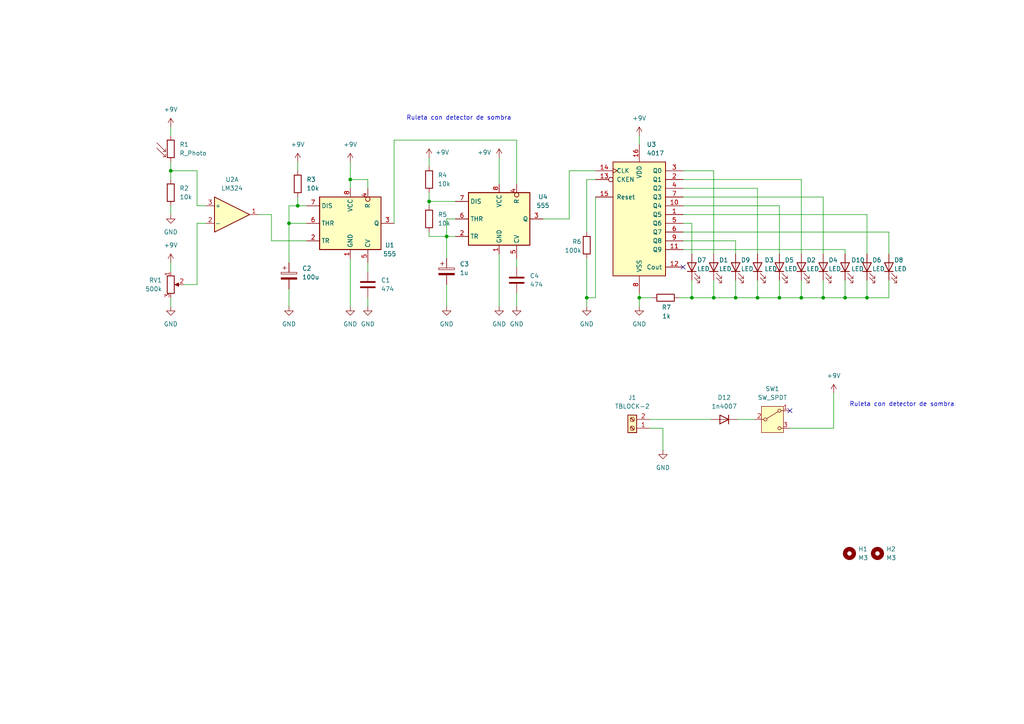
<source format=kicad_sch>
(kicad_sch (version 20250114) (generator "eeschema") (generator_version "9.0")
  (paper "A4")
  (title_block (title "Proyecto-02 - Grupo 05"))
  (lib_symbols
    (symbol "4xxx:4017" (pin_names (offset 1.016))
      (property "Reference" "U" (at -7.62 16.51 0))
      (property "Value" "4017" (at -7.62 -19.05 0))
      (symbol "4017_1_0"
        (pin input clock (at -12.7 12.7 0) (length 5.08) (name "CLK") (number "14"))
        (pin input inverted (at -12.7 10.16 0) (length 5.08) (name "CKEN") (number "13"))
        (pin input line (at -12.7 5.08 0) (length 5.08) (name "Reset") (number "15"))
        (pin power_in line (at 0 20.32 270) (length 5.08) (name "VDD") (number "16"))
        (pin power_in line (at 0 -22.86 90) (length 5.08) (name "VSS") (number "8"))
        (pin output line (at 12.7 12.7 180) (length 5.08) (name "Q0") (number "3"))
        (pin output line (at 12.7 10.16 180) (length 5.08) (name "Q1") (number "2"))
        (pin output line (at 12.7 7.62 180) (length 5.08) (name "Q2") (number "4"))
        (pin output line (at 12.7 5.08 180) (length 5.08) (name "Q3") (number "7"))
        (pin output line (at 12.7 2.54 180) (length 5.08) (name "Q4") (number "10"))
        (pin output line (at 12.7 0 180) (length 5.08) (name "Q5") (number "1"))
        (pin output line (at 12.7 -2.54 180) (length 5.08) (name "Q6") (number "5"))
        (pin output line (at 12.7 -5.08 180) (length 5.08) (name "Q7") (number "6"))
        (pin output line (at 12.7 -7.62 180) (length 5.08) (name "Q8") (number "9"))
        (pin output line (at 12.7 -10.16 180) (length 5.08) (name "Q9") (number "11"))
        (pin output line (at 12.7 -15.24 180) (length 5.08) (name "Cout") (number "12"))
      )
      (symbol "4017_1_1"
        (rectangle (start -7.62 15.24) (end 7.62 -17.78) (stroke (width 0.254)) (fill (type background)))
      )
    )
    (symbol "555_ordenado:555_wellOriented"
      (property "Reference" "U" (at 0 1.27 0))
      (property "Value" "555" (at 0 -0.762 0))
      (symbol "555_wellOriented_0_0"
        (pin power_in line (at 0 10.16 270) (length 2.54) (name "VCC") (number "8"))
        (pin power_in line (at 0 -10.16 90) (length 2.54) (name "GND") (number "1"))
      )
      (symbol "555_wellOriented_0_1"
        (rectangle (start -8.89 -7.62) (end 8.89 7.62) (stroke (width 0.254)) (fill (type background)))
        (rectangle (start -8.89 -7.62) (end 8.89 7.62) (stroke (width 0.254)) (fill (type background)))
      )
      (symbol "555_wellOriented_1_1"
        (pin input line (at -12.7 5.08 0) (length 3.81) (name "DIS") (number "7"))
        (pin input line (at -12.7 0 0) (length 3.81) (name "THR") (number "6"))
        (pin input line (at -12.7 -5.08 0) (length 3.81) (name "TR") (number "2"))
        (pin input inverted (at 5.08 10.16 270) (length 3.81) (name "R") (number "4"))
        (pin input line (at 5.08 -11.43 90) (length 3.81) (name "CV") (number "5"))
        (pin output line (at 12.7 0 180) (length 3.81) (name "Q") (number "3"))
      )
    )
    (symbol "Amplifier_Operational:LM324" (pin_names (offset 0.127))
      (property "Reference" "U" (at 0 5.08 0))
      (property "Value" "LM324" (at 0 -5.08 0))
      (symbol "LM324_1_1"
        (polyline (pts (xy -5.08 5.08) (xy 5.08 0) (xy -5.08 -5.08) (xy -5.08 5.08)) (stroke (width 0.254)) (fill (type background)))
        (pin input line (at -7.62 2.54 0) (length 2.54) (name "+") (number "3"))
        (pin input line (at -7.62 -2.54 0) (length 2.54) (name "-") (number "2"))
        (pin output line (at 7.62 0 180) (length 2.54) (name "~") (number "1"))
      )
      (symbol "LM324_2_1"
        (polyline (pts (xy -5.08 5.08) (xy 5.08 0) (xy -5.08 -5.08) (xy -5.08 5.08)) (stroke (width 0.254)) (fill (type background)))
        (pin input line (at -7.62 2.54 0) (length 2.54) (name "+") (number "5"))
        (pin input line (at -7.62 -2.54 0) (length 2.54) (name "-") (number "6"))
        (pin output line (at 7.62 0 180) (length 2.54) (name "~") (number "7"))
      )
      (symbol "LM324_3_1"
        (polyline (pts (xy -5.08 5.08) (xy 5.08 0) (xy -5.08 -5.08) (xy -5.08 5.08)) (stroke (width 0.254)) (fill (type background)))
        (pin input line (at -7.62 2.54 0) (length 2.54) (name "+") (number "10"))
        (pin input line (at -7.62 -2.54 0) (length 2.54) (name "-") (number "9"))
        (pin output line (at 7.62 0 180) (length 2.54) (name "~") (number "8"))
      )
      (symbol "LM324_4_1"
        (polyline (pts (xy -5.08 5.08) (xy 5.08 0) (xy -5.08 -5.08) (xy -5.08 5.08)) (stroke (width 0.254)) (fill (type background)))
        (pin input line (at -7.62 2.54 0) (length 2.54) (name "+") (number "12"))
        (pin input line (at -7.62 -2.54 0) (length 2.54) (name "-") (number "13"))
        (pin output line (at 7.62 0 180) (length 2.54) (name "~") (number "14"))
      )
      (symbol "LM324_5_1"
        (pin power_in line (at -2.54 7.62 270) (length 3.81) (name "V+") (number "4"))
        (pin power_in line (at -2.54 -7.62 90) (length 3.81) (name "V-") (number "11"))
      )
    )
    (symbol "Connector:Screw_Terminal_01x02" (pin_names (offset 1.016) (hide yes))
      (property "Reference" "J" (at 0 2.54 0))
      (property "Value" "Screw_Terminal_01x02" (at 0 -5.08 0))
      (symbol "Screw_Terminal_01x02_1_1"
        (rectangle (start -1.27 1.27) (end 1.27 -3.81) (stroke (width 0.254)) (fill (type background)))
        (polyline (pts (xy -0.5334 0.3302) (xy 0.3302 -0.508)) (stroke (width 0.1524)))
        (polyline (pts (xy -0.5334 -2.2098) (xy 0.3302 -3.048)) (stroke (width 0.1524)))
        (polyline (pts (xy -0.3556 0.508) (xy 0.508 -0.3302)) (stroke (width 0.1524)))
        (polyline (pts (xy -0.3556 -2.032) (xy 0.508 -2.8702)) (stroke (width 0.1524)))
        (circle (center 0 0) (radius 0.635) (stroke (width 0.1524)))
        (circle (center 0 -2.54) (radius 0.635) (stroke (width 0.1524)))
        (pin passive line (at -5.08 0 0) (length 3.81) (name "Pin_1") (number "1"))
        (pin passive line (at -5.08 -2.54 0) (length 3.81) (name "Pin_2") (number "2"))
      )
    )
    (symbol "Device:C" (pin_numbers (hide yes)) (pin_names (offset 0.254))
      (property "Reference" "C" (at 0.635 2.54 0))
      (property "Value" "C" (at 0.635 -2.54 0))
      (symbol "C_0_1"
        (polyline (pts (xy -2.032 0.762) (xy 2.032 0.762)) (stroke (width 0.508)))
        (polyline (pts (xy -2.032 -0.762) (xy 2.032 -0.762)) (stroke (width 0.508)))
      )
      (symbol "C_1_1"
        (pin passive line (at 0 3.81 270) (length 2.794) (name "~") (number "1"))
        (pin passive line (at 0 -3.81 90) (length 2.794) (name "~") (number "2"))
      )
    )
    (symbol "Device:C_Polarized" (pin_numbers (hide yes)) (pin_names (offset 0.254))
      (property "Reference" "C" (at 0.635 2.54 0))
      (property "Value" "C_Polarized" (at 0.635 -2.54 0))
      (symbol "C_Polarized_0_1"
        (rectangle (start -2.286 0.508) (end 2.286 1.016))
        (polyline (pts (xy -1.778 2.286) (xy -0.762 2.286)))
        (polyline (pts (xy -1.27 2.794) (xy -1.27 1.778)))
        (rectangle (start 2.286 -0.508) (end -2.286 -1.016) (fill (type outline)))
      )
      (symbol "C_Polarized_1_1"
        (pin passive line (at 0 3.81 270) (length 2.794) (name "~") (number "1"))
        (pin passive line (at 0 -3.81 90) (length 2.794) (name "~") (number "2"))
      )
    )
    (symbol "Device:D" (pin_numbers (hide yes)) (pin_names (offset 1.016) (hide yes))
      (property "Reference" "D" (at 0 2.54 0))
      (property "Value" "D" (at 0 -2.54 0))
      (symbol "D_0_1"
        (polyline (pts (xy -1.27 1.27) (xy -1.27 -1.27)) (stroke (width 0.254)))
        (polyline (pts (xy 1.27 1.27) (xy 1.27 -1.27) (xy -1.27 0) (xy 1.27 1.27)) (stroke (width 0.254)))
        (polyline (pts (xy 1.27 0) (xy -1.27 0)))
      )
      (symbol "D_1_1"
        (pin passive line (at -3.81 0 0) (length 2.54) (name "K") (number "1"))
        (pin passive line (at 3.81 0 180) (length 2.54) (name "A") (number "2"))
      )
    )
    (symbol "Device:LED" (pin_numbers (hide yes)) (pin_names (offset 1.016) (hide yes))
      (property "Reference" "D" (at 0 2.54 0))
      (property "Value" "LED" (at 0 -2.54 0))
      (symbol "LED_0_1"
        (polyline (pts (xy -3.048 -0.762) (xy -4.572 -2.286) (xy -3.81 -2.286) (xy -4.572 -2.286) (xy -4.572 -1.524)))
        (polyline (pts (xy -1.778 -0.762) (xy -3.302 -2.286) (xy -2.54 -2.286) (xy -3.302 -2.286) (xy -3.302 -1.524)))
        (polyline (pts (xy -1.27 0) (xy 1.27 0)))
        (polyline (pts (xy -1.27 -1.27) (xy -1.27 1.27)) (stroke (width 0.254)))
        (polyline (pts (xy 1.27 -1.27) (xy 1.27 1.27) (xy -1.27 0) (xy 1.27 -1.27)) (stroke (width 0.254)))
      )
      (symbol "LED_1_1"
        (pin passive line (at -3.81 0 0) (length 2.54) (name "K") (number "1"))
        (pin passive line (at 3.81 0 180) (length 2.54) (name "A") (number "2"))
      )
    )
    (symbol "Device:R" (pin_numbers (hide yes)) (pin_names (offset 0))
      (property "Reference" "R" (at 2.032 0 90))
      (property "Value" "R" (at 0 0 90))
      (symbol "R_0_1"
        (rectangle (start -1.016 -2.54) (end 1.016 2.54) (stroke (width 0.254)))
      )
      (symbol "R_1_1"
        (pin passive line (at 0 3.81 270) (length 1.27) (name "~") (number "1"))
        (pin passive line (at 0 -3.81 90) (length 1.27) (name "~") (number "2"))
      )
    )
    (symbol "Device:R_Photo" (pin_numbers (hide yes)) (pin_names (offset 0))
      (property "Reference" "R" (at 1.27 1.27 0))
      (property "Value" "R_Photo" (at 1.27 0 0))
      (symbol "R_Photo_0_1"
        (polyline (pts (xy -1.524 -0.762) (xy -4.064 1.778)))
        (polyline (pts (xy -1.524 -0.762) (xy -2.286 -0.762)))
        (polyline (pts (xy -1.524 -0.762) (xy -1.524 0)))
        (polyline (pts (xy -1.524 -2.286) (xy -4.064 0.254)))
        (polyline (pts (xy -1.524 -2.286) (xy -2.286 -2.286)))
        (polyline (pts (xy -1.524 -2.286) (xy -1.524 -1.524)))
        (rectangle (start -1.016 2.54) (end 1.016 -2.54) (stroke (width 0.254)))
      )
      (symbol "R_Photo_1_1"
        (pin passive line (at 0 3.81 270) (length 1.27) (name "~") (number "1"))
        (pin passive line (at 0 -3.81 90) (length 1.27) (name "~") (number "2"))
      )
    )
    (symbol "Device:R_Potentiometer" (pin_names (offset 1.016) (hide yes))
      (property "Reference" "RV" (at -4.445 0 90))
      (property "Value" "R_Potentiometer" (at -2.54 0 90))
      (symbol "R_Potentiometer_0_1"
        (rectangle (start 1.016 2.54) (end -1.016 -2.54) (stroke (width 0.254)))
        (polyline (pts (xy 1.143 0) (xy 2.286 0.508) (xy 2.286 -0.508) (xy 1.143 0)) (fill (type outline)))
        (polyline (pts (xy 2.54 0) (xy 1.524 0)))
      )
      (symbol "R_Potentiometer_1_1"
        (pin passive line (at 0 3.81 270) (length 1.27) (name "1") (number "1"))
        (pin passive line (at 0 -3.81 90) (length 1.27) (name "3") (number "3"))
        (pin passive line (at 3.81 0 180) (length 1.27) (name "2") (number "2"))
      )
    )
    (symbol "Mechanical:MountingHole" (pin_names (offset 1.016)) (in_bom no)
      (property "Reference" "H" (at 0 5.08 0))
      (property "Value" "MountingHole" (at 0 3.175 0))
      (symbol "MountingHole_0_1"
        (circle (center 0 0) (radius 1.27) (stroke (width 1.27)))
      )
    )
    (symbol "Switch:SW_SPDT" (pin_names (offset 0) (hide yes))
      (property "Reference" "SW" (at 0 5.08 0))
      (property "Value" "SW_SPDT" (at 0 -5.08 0))
      (symbol "SW_SPDT_0_1"
        (circle (center -2.032 0) (radius 0.4572))
        (polyline (pts (xy -1.651 0.254) (xy 1.651 2.286)))
        (circle (center 2.032 2.54) (radius 0.4572))
        (circle (center 2.032 -2.54) (radius 0.4572))
      )
      (symbol "SW_SPDT_1_1"
        (rectangle (start -3.175 3.81) (end 3.175 -3.81) (fill (type background)))
        (pin passive line (at -5.08 0 0) (length 2.54) (name "B") (number "2"))
        (pin passive line (at 5.08 2.54 180) (length 2.54) (name "A") (number "1"))
        (pin passive line (at 5.08 -2.54 180) (length 2.54) (name "C") (number "3"))
      )
    )
    (symbol "power:+9V" (power) (pin_numbers (hide yes)) (pin_names (offset 0) (hide yes))
      (property "Value" "+9V" (at 0 3.556 0))
      (symbol "+9V_0_1"
        (polyline (pts (xy -0.762 1.27) (xy 0 2.54)))
        (polyline (pts (xy 0 2.54) (xy 0.762 1.27)))
        (polyline (pts (xy 0 0) (xy 0 2.54)))
      )
      (symbol "+9V_1_1"
        (pin power_in line (at 0 0 90) (length 0) (name "~") (number "1"))
      )
    )
    (symbol "power:GND" (power) (pin_numbers (hide yes)) (pin_names (offset 0) (hide yes))
      (property "Value" "GND" (at 0 -3.81 0))
      (symbol "GND_0_1"
        (polyline (pts (xy 0 0) (xy 0 -1.27) (xy 1.27 -1.27) (xy 0 -2.54) (xy -1.27 -1.27) (xy 0 -1.27)))
      )
      (symbol "GND_1_1"
        (pin power_in line (at 0 0 270) (length 0) (name "~") (number "1"))
      )
    )
  )
  (text "Ruleta con detector de sombra" (at 133.096 34.29 0) (effects (font (size 1.27 1.27))))
  (text "Ruleta con detector de sombra" (at 261.62 117.348 0) (effects (font (size 1.27 1.27))))
  (junction (at 170.18 86.36))
  (junction (at 86.36 59.69))
  (junction (at 200.66 86.36))
  (junction (at 49.53 49.53))
  (junction (at 245.11 86.36))
  (junction (at 226.06 86.36))
  (junction (at 83.82 64.77))
  (junction (at 129.54 68.58))
  (junction (at 238.76 86.36))
  (junction (at 219.71 86.36))
  (junction (at 251.46 86.36))
  (junction (at 124.46 58.42))
  (junction (at 213.36 86.36))
  (junction (at 207.01 86.36))
  (junction (at 185.42 86.36))
  (junction (at 101.6 52.07))
  (junction (at 232.41 86.36))
  (no_connect (at 198.12 77.47))
  (no_connect (at 229.108 119.126))
  (wire (pts (xy 198.12 57.15) (xy 238.76 57.15)))
  (wire (pts (xy 49.53 49.53) (xy 49.53 52.07)))
  (wire (pts (xy 213.36 86.36) (xy 219.71 86.36)))
  (wire (pts (xy 251.46 81.28) (xy 251.46 86.36)))
  (wire (pts (xy 185.42 85.09) (xy 185.42 86.36)))
  (wire (pts (xy 106.68 76.2) (xy 106.68 78.74)))
  (wire (pts (xy 200.66 64.77) (xy 200.66 73.66)))
  (wire (pts (xy 83.82 64.77) (xy 83.82 76.2)))
  (wire (pts (xy 49.53 49.53) (xy 57.15 49.53)))
  (wire (pts (xy 78.74 69.85) (xy 78.74 62.23)))
  (wire (pts (xy 101.6 74.93) (xy 101.6 88.9)))
  (wire (pts (xy 213.36 69.85) (xy 213.36 73.66)))
  (wire (pts (xy 83.82 59.69) (xy 83.82 64.77)))
  (wire (pts (xy 144.78 45.72) (xy 144.78 53.34)))
  (wire (pts (xy 114.3 64.77) (xy 114.3 40.64)))
  (wire (pts (xy 185.42 86.36) (xy 189.23 86.36)))
  (wire (pts (xy 192.278 124.206) (xy 192.278 130.556)))
  (wire (pts (xy 86.36 57.15) (xy 86.36 59.69)))
  (wire (pts (xy 198.12 62.23) (xy 251.46 62.23)))
  (wire (pts (xy 49.53 36.83) (xy 49.53 39.37)))
  (wire (pts (xy 170.18 67.31) (xy 170.18 52.07)))
  (wire (pts (xy 124.46 58.42) (xy 132.08 58.42)))
  (wire (pts (xy 144.78 73.66) (xy 144.78 88.9)))
  (wire (pts (xy 219.71 54.61) (xy 219.71 73.66)))
  (wire (pts (xy 257.81 67.31) (xy 257.81 73.66)))
  (wire (pts (xy 170.18 86.36) (xy 170.18 74.93)))
  (wire (pts (xy 251.46 62.23) (xy 251.46 73.66)))
  (wire (pts (xy 245.11 86.36) (xy 251.46 86.36)))
  (wire (pts (xy 49.53 46.99) (xy 49.53 49.53)))
  (wire (pts (xy 185.42 39.37) (xy 185.42 41.91)))
  (wire (pts (xy 257.81 81.28) (xy 257.81 86.36)))
  (wire (pts (xy 83.82 64.77) (xy 88.9 64.77)))
  (wire (pts (xy 198.12 49.53) (xy 207.01 49.53)))
  (wire (pts (xy 124.46 55.88) (xy 124.46 58.42)))
  (wire (pts (xy 86.36 59.69) (xy 83.82 59.69)))
  (wire (pts (xy 88.9 69.85) (xy 78.74 69.85)))
  (wire (pts (xy 106.68 52.07) (xy 101.6 52.07)))
  (wire (pts (xy 188.468 124.206) (xy 192.278 124.206)))
  (wire (pts (xy 232.41 81.28) (xy 232.41 86.36)))
  (wire (pts (xy 198.12 54.61) (xy 219.71 54.61)))
  (wire (pts (xy 124.46 67.31) (xy 124.46 68.58)))
  (wire (pts (xy 124.46 58.42) (xy 124.46 59.69)))
  (wire (pts (xy 185.42 86.36) (xy 185.42 88.9)))
  (wire (pts (xy 238.76 86.36) (xy 245.11 86.36)))
  (wire (pts (xy 219.71 86.36) (xy 226.06 86.36)))
  (wire (pts (xy 49.53 59.69) (xy 49.53 62.23)))
  (wire (pts (xy 49.53 88.9) (xy 49.53 86.36)))
  (wire (pts (xy 129.54 82.55) (xy 129.54 88.9)))
  (wire (pts (xy 207.01 86.36) (xy 200.66 86.36)))
  (wire (pts (xy 172.72 86.36) (xy 170.18 86.36)))
  (wire (pts (xy 226.06 86.36) (xy 232.41 86.36)))
  (wire (pts (xy 188.468 121.666) (xy 206.248 121.666)))
  (wire (pts (xy 245.11 81.28) (xy 245.11 86.36)))
  (wire (pts (xy 198.12 69.85) (xy 213.36 69.85)))
  (wire (pts (xy 198.12 59.69) (xy 226.06 59.69)))
  (wire (pts (xy 241.808 124.206) (xy 241.808 114.046)))
  (wire (pts (xy 49.53 76.2) (xy 49.53 78.74)))
  (wire (pts (xy 232.41 52.07) (xy 232.41 73.66)))
  (wire (pts (xy 149.86 85.09) (xy 149.86 88.9)))
  (wire (pts (xy 149.86 40.64) (xy 149.86 53.34)))
  (wire (pts (xy 106.68 54.61) (xy 106.68 52.07)))
  (wire (pts (xy 196.85 86.36) (xy 200.66 86.36)))
  (wire (pts (xy 157.48 63.5) (xy 165.1 63.5)))
  (wire (pts (xy 198.12 64.77) (xy 200.66 64.77)))
  (wire (pts (xy 238.76 81.28) (xy 238.76 86.36)))
  (wire (pts (xy 88.9 59.69) (xy 86.36 59.69)))
  (wire (pts (xy 101.6 46.99) (xy 101.6 52.07)))
  (wire (pts (xy 57.15 49.53) (xy 57.15 59.69)))
  (wire (pts (xy 226.06 59.69) (xy 226.06 73.66)))
  (wire (pts (xy 251.46 86.36) (xy 257.81 86.36)))
  (wire (pts (xy 207.01 81.28) (xy 207.01 86.36)))
  (wire (pts (xy 59.69 64.77) (xy 57.15 64.77)))
  (wire (pts (xy 57.15 64.77) (xy 57.15 82.55)))
  (wire (pts (xy 198.12 67.31) (xy 257.81 67.31)))
  (wire (pts (xy 245.11 72.39) (xy 245.11 73.66)))
  (wire (pts (xy 165.1 63.5) (xy 165.1 49.53)))
  (wire (pts (xy 219.71 81.28) (xy 219.71 86.36)))
  (wire (pts (xy 198.12 72.39) (xy 245.11 72.39)))
  (wire (pts (xy 207.01 49.53) (xy 207.01 73.66)))
  (wire (pts (xy 57.15 59.69) (xy 59.69 59.69)))
  (wire (pts (xy 101.6 52.07) (xy 101.6 54.61)))
  (wire (pts (xy 129.54 68.58) (xy 129.54 74.93)))
  (wire (pts (xy 198.12 52.07) (xy 232.41 52.07)))
  (wire (pts (xy 238.76 57.15) (xy 238.76 73.66)))
  (wire (pts (xy 83.82 83.82) (xy 83.82 88.9)))
  (wire (pts (xy 226.06 81.28) (xy 226.06 86.36)))
  (wire (pts (xy 124.46 68.58) (xy 129.54 68.58)))
  (wire (pts (xy 53.34 82.55) (xy 57.15 82.55)))
  (wire (pts (xy 213.36 81.28) (xy 213.36 86.36)))
  (wire (pts (xy 124.46 45.72) (xy 124.46 48.26)))
  (wire (pts (xy 200.66 86.36) (xy 200.66 81.28)))
  (wire (pts (xy 213.868 121.666) (xy 218.948 121.666)))
  (wire (pts (xy 129.54 63.5) (xy 132.08 63.5)))
  (wire (pts (xy 232.41 86.36) (xy 238.76 86.36)))
  (wire (pts (xy 229.108 124.206) (xy 241.808 124.206)))
  (wire (pts (xy 129.54 68.58) (xy 132.08 68.58)))
  (wire (pts (xy 170.18 52.07) (xy 172.72 52.07)))
  (wire (pts (xy 165.1 49.53) (xy 172.72 49.53)))
  (wire (pts (xy 86.36 46.99) (xy 86.36 49.53)))
  (wire (pts (xy 129.54 63.5) (xy 129.54 68.58)))
  (wire (pts (xy 74.93 62.23) (xy 78.74 62.23)))
  (wire (pts (xy 106.68 86.36) (xy 106.68 88.9)))
  (wire (pts (xy 172.72 57.15) (xy 172.72 86.36)))
  (wire (pts (xy 170.18 88.9) (xy 170.18 86.36)))
  (wire (pts (xy 207.01 86.36) (xy 213.36 86.36)))
  (wire (pts (xy 114.3 40.64) (xy 149.86 40.64)))
  (wire (pts (xy 149.86 74.93) (xy 149.86 77.47)))
  (symbol (lib_id "power:+9V") (at 101.6 46.99 0) (unit 1)
    (property "Reference" "#PWR08" (effects (hide yes)))
    (property "Value" "+9V" (at 101.6 41.91 0))
    (property "Description" "Power symbol creates a global label with name \"+9V\"" (effects (hide yes)))
  )
  (symbol (lib_id "power:GND") (at 49.53 62.23 0) (unit 1)
    (property "Reference" "#PWR03" (effects (hide yes)))
    (property "Value" "GND" (at 49.53 67.31 0))
    (property "Description" "Power symbol creates a global label with name \"GND\" , ground" (effects (hide yes)))
  )
  (symbol (lib_id "4xxx:4017") (at 185.42 62.23 0) (unit 1)
    (property "Reference" "U3" (at 187.5633 41.91 0) (effects (justify left)))
    (property "Value" "4017" (at 187.5633 44.45 0) (effects (justify left)))
    (property "Footprint" "Package_DIP:DIP-16_W7.62mm_Socket_LongPads" (effects (hide yes)))
    (property "Datasheet" "http://www.intersil.com/content/dam/Intersil/documents/cd40/cd4017bms-22bms.pdf" (effects (hide yes)))
    (property "Description" "Johnson Counter ( 10 outputs )" (effects (hide yes)))
  )
  (symbol (lib_id "power:GND") (at 144.78 88.9 0) (unit 1)
    (property "Reference" "#PWR018" (effects (hide yes)))
    (property "Value" "GND" (at 144.78 93.98 0))
    (property "Description" "Power symbol creates a global label with name \"GND\" , ground" (effects (hide yes)))
  )
  (symbol (lib_id "power:GND") (at 129.54 88.9 0) (unit 1)
    (property "Reference" "#PWR010" (effects (hide yes)))
    (property "Value" "GND" (at 129.54 93.98 0))
    (property "Description" "Power symbol creates a global label with name \"GND\" , ground" (effects (hide yes)))
  )
  (symbol (lib_id "555_ordenado:555_wellOriented") (at 144.78 63.5 0) (unit 1)
    (property "Reference" "U4" (at 157.48 57.0798 0))
    (property "Value" "555" (at 157.48 59.6198 0))
    (property "Footprint" "Package_DIP:DIP-8_W7.62mm_Socket_LongPads" (effects (hide yes)))
  )
  (symbol (lib_id "power:+9V") (at 49.53 36.83 0) (unit 1)
    (property "Reference" "#PWR04" (effects (hide yes)))
    (property "Value" "+9V" (at 49.53 31.75 0))
    (property "Description" "Power symbol creates a global label with name \"+9V\"" (effects (hide yes)))
  )
  (symbol (lib_id "power:+9V") (at 86.36 46.99 0) (unit 1)
    (property "Reference" "#PWR011" (effects (hide yes)))
    (property "Value" "+9V" (at 86.36 41.91 0))
    (property "Description" "Power symbol creates a global label with name \"+9V\"" (effects (hide yes)))
  )
  (symbol (lib_id "Device:R_Potentiometer") (at 49.53 82.55 0) (unit 1)
    (property "Reference" "RV1" (at 46.99 81.2799 0) (effects (justify right)))
    (property "Value" "500k" (at 46.99 83.8199 0) (effects (justify right)))
    (property "Footprint" "Potentiometer_THT:Potentiometer_Piher_T-16H_Single_Horizontal" (effects (hide yes)))
    (property "Description" "Potentiometer" (effects (hide yes)))
  )
  (symbol (lib_id "power:+9V") (at 49.53 76.2 0) (unit 1)
    (property "Reference" "#PWR02" (effects (hide yes)))
    (property "Value" "+9V" (at 49.53 71.12 0))
    (property "Description" "Power symbol creates a global label with name \"+9V\"" (effects (hide yes)))
  )
  (symbol (lib_id "Device:LED") (at 200.66 77.47 90) (unit 1)
    (property "Reference" "D7" (at 202.184 75.438 90) (effects (justify right)))
    (property "Value" "LED" (at 202.184 77.978 90) (effects (justify right)))
    (property "Footprint" "LED_THT:LED_D5.0mm" (effects (hide yes)))
    (property "Description" "Light emitting diode" (effects (hide yes)))
    (property "Sim.Pins" "1=K 2=A" (effects (hide yes)))
  )
  (symbol (lib_id "Device:C") (at 106.68 82.55 0) (unit 1)
    (property "Reference" "C1" (at 110.49 81.2799 0) (effects (justify left)))
    (property "Value" "474" (at 110.49 83.8199 0) (effects (justify left)))
    (property "Footprint" "Capacitor_THT:C_Disc_D5.0mm_W2.5mm_P5.00mm" (effects (hide yes)))
    (property "Description" "Unpolarized capacitor" (effects (hide yes)))
  )
  (symbol (lib_id "Device:C") (at 149.86 81.28 0) (unit 1)
    (property "Reference" "C4" (at 153.67 80.0099 0) (effects (justify left)))
    (property "Value" "474" (at 153.67 82.5499 0) (effects (justify left)))
    (property "Footprint" "Capacitor_THT:C_Disc_D5.0mm_W2.5mm_P5.00mm" (effects (hide yes)))
    (property "Description" "Unpolarized capacitor" (effects (hide yes)))
  )
  (symbol (lib_id "power:+9V") (at 144.78 45.72 0) (unit 1)
    (property "Reference" "#PWR017" (effects (hide yes)))
    (property "Value" "+9V" (at 140.462 44.196 0))
    (property "Description" "Power symbol creates a global label with name \"+9V\"" (effects (hide yes)))
  )
  (symbol (lib_id "power:GND") (at 192.278 130.556 0) (unit 1)
    (property "Reference" "#PWR031" (effects (hide yes)))
    (property "Value" "GND" (at 192.278 135.636 0))
    (property "Description" "Power symbol creates a global label with name \"GND\" , ground" (effects (hide yes)))
  )
  (symbol (lib_id "Device:R_Photo") (at 49.53 43.18 0) (unit 1)
    (property "Reference" "R1" (at 52.07 41.9099 0) (effects (justify left)))
    (property "Value" "R_Photo" (at 52.07 44.4499 0) (effects (justify left)))
    (property "Footprint" "OptoDevice:R_LDR_5.1x4.3mm_P3.4mm_Vertical" (effects (hide yes)))
    (property "Description" "Photoresistor" (effects (hide yes)))
  )
  (symbol (lib_id "Mechanical:MountingHole") (at 246.38 160.528 0) (unit 1) (in_bom no)
    (property "Reference" "H1" (at 248.92 159.2579 0) (effects (justify left)))
    (property "Value" "M3" (at 248.92 161.7979 0) (effects (justify left)))
    (property "Footprint" "MountingHole:MountingHole_3.2mm_M3" (effects (hide yes)))
    (property "Description" "Mounting Hole without connection" (effects (hide yes)))
  )
  (symbol (lib_id "Device:R") (at 86.36 53.34 0) (unit 1)
    (property "Reference" "R3" (at 88.9 52.0699 0) (effects (justify left)))
    (property "Value" "10k" (at 88.9 54.6099 0) (effects (justify left)))
    (property "Footprint" "Resistor_THT:R_Axial_DIN0207_L6.3mm_D2.5mm_P10.16mm_Horizontal" (effects (hide yes)))
    (property "Description" "Resistor" (effects (hide yes)))
  )
  (symbol (lib_id "power:GND") (at 101.6 88.9 0) (unit 1)
    (property "Reference" "#PWR06" (effects (hide yes)))
    (property "Value" "GND" (at 101.6 93.98 0))
    (property "Description" "Power symbol creates a global label with name \"GND\" , ground" (effects (hide yes)))
  )
  (symbol (lib_id "Device:LED") (at 207.01 77.47 90) (unit 1)
    (property "Reference" "D1" (at 208.534 75.438 90) (effects (justify right)))
    (property "Value" "LED" (at 208.534 77.978 90) (effects (justify right)))
    (property "Footprint" "LED_THT:LED_D5.0mm" (effects (hide yes)))
    (property "Description" "Light emitting diode" (effects (hide yes)))
    (property "Sim.Pins" "1=K 2=A" (effects (hide yes)))
  )
  (symbol (lib_id "Device:D") (at 210.058 121.666 180) (unit 1)
    (property "Reference" "D12" (at 210.058 115.316 0))
    (property "Value" "1n4007" (at 210.058 117.856 0))
    (property "Footprint" "Diode_THT:D_DO-41_SOD81_P10.16mm_Horizontal" (effects (hide yes)))
    (property "Description" "Diode" (effects (hide yes)))
    (property "Sim.Device" "D" (effects (hide yes)))
    (property "Sim.Pins" "1=K 2=A" (effects (hide yes)))
  )
  (symbol (lib_id "Device:LED") (at 245.11 77.47 90) (unit 1)
    (property "Reference" "D10" (at 246.888 75.438 90) (effects (justify right)))
    (property "Value" "LED" (at 246.888 77.978 90) (effects (justify right)))
    (property "Footprint" "LED_THT:LED_D5.0mm" (effects (hide yes)))
    (property "Description" "Light emitting diode" (effects (hide yes)))
    (property "Sim.Pins" "1=K 2=A" (effects (hide yes)))
  )
  (symbol (lib_id "power:GND") (at 170.18 88.9 0) (unit 1)
    (property "Reference" "#PWR014" (effects (hide yes)))
    (property "Value" "GND" (at 170.18 93.98 0))
    (property "Description" "Power symbol creates a global label with name \"GND\" , ground" (effects (hide yes)))
  )
  (symbol (lib_id "Device:LED") (at 232.41 77.47 90) (unit 1)
    (property "Reference" "D2" (at 233.934 75.438 90) (effects (justify right)))
    (property "Value" "LED" (at 233.934 77.978 90) (effects (justify right)))
    (property "Footprint" "LED_THT:LED_D5.0mm" (effects (hide yes)))
    (property "Description" "Light emitting diode" (effects (hide yes)))
    (property "Sim.Pins" "1=K 2=A" (effects (hide yes)))
  )
  (symbol (lib_id "Device:LED") (at 257.81 77.47 90) (unit 1)
    (property "Reference" "D8" (at 259.334 75.438 90) (effects (justify right)))
    (property "Value" "LED" (at 259.334 77.978 90) (effects (justify right)))
    (property "Footprint" "LED_THT:LED_D5.0mm" (effects (hide yes)))
    (property "Description" "Light emitting diode" (effects (hide yes)))
    (property "Sim.Pins" "1=K 2=A" (effects (hide yes)))
  )
  (symbol (lib_id "power:+9V") (at 124.46 45.72 0) (unit 1)
    (property "Reference" "#PWR016" (effects (hide yes)))
    (property "Value" "+9V" (at 128.27 44.196 0))
    (property "Description" "Power symbol creates a global label with name \"+9V\"" (effects (hide yes)))
  )
  (symbol (lib_id "Device:LED") (at 251.46 77.47 90) (unit 1)
    (property "Reference" "D6" (at 252.984 75.438 90) (effects (justify right)))
    (property "Value" "LED" (at 252.984 77.978 90) (effects (justify right)))
    (property "Footprint" "LED_THT:LED_D5.0mm" (effects (hide yes)))
    (property "Description" "Light emitting diode" (effects (hide yes)))
    (property "Sim.Pins" "1=K 2=A" (effects (hide yes)))
  )
  (symbol (lib_id "Device:R") (at 124.46 63.5 0) (unit 1)
    (property "Reference" "R5" (at 127 62.2299 0) (effects (justify left)))
    (property "Value" "10k" (at 127 64.7699 0) (effects (justify left)))
    (property "Footprint" "Resistor_THT:R_Axial_DIN0207_L6.3mm_D2.5mm_P10.16mm_Horizontal" (effects (hide yes)))
    (property "Description" "Resistor" (effects (hide yes)))
  )
  (symbol (lib_id "Connector:Screw_Terminal_01x02") (at 183.388 124.206 180) (unit 1)
    (property "Reference" "J1" (at 183.388 115.316 0))
    (property "Value" "TBLOCK-2" (at 183.388 117.856 0))
    (property "Footprint" "TerminalBlock:TerminalBlock_MaiXu_MX126-5.0-02P_1x02_P5.00mm" (effects (hide yes)))
    (property "Description" "Generic screw terminal, single row, 01x02, script generated (kicad-library-utils/schlib/autogen/connector/)" (effects (hide yes)))
  )
  (symbol (lib_id "555_ordenado:555_wellOriented") (at 101.6 64.77 0) (unit 1)
    (property "Reference" "U1" (at 113.03 71.12 0))
    (property "Value" "555" (at 113.03 73.66 0))
    (property "Footprint" "Package_DIP:DIP-8_W7.62mm_Socket_LongPads" (effects (hide yes)))
  )
  (symbol (lib_id "Device:LED") (at 238.76 77.47 90) (unit 1)
    (property "Reference" "D4" (at 240.284 75.438 90) (effects (justify right)))
    (property "Value" "LED" (at 240.284 77.978 90) (effects (justify right)))
    (property "Footprint" "LED_THT:LED_D5.0mm" (effects (hide yes)))
    (property "Description" "Light emitting diode" (effects (hide yes)))
    (property "Sim.Pins" "1=K 2=A" (effects (hide yes)))
  )
  (symbol (lib_id "Mechanical:MountingHole") (at 254.508 160.528 0) (unit 1) (in_bom no)
    (property "Reference" "H2" (at 257.048 159.2579 0) (effects (justify left)))
    (property "Value" "M3" (at 257.048 161.7979 0) (effects (justify left)))
    (property "Footprint" "MountingHole:MountingHole_3.2mm_M3" (effects (hide yes)))
    (property "Description" "Mounting Hole without connection" (effects (hide yes)))
  )
  (symbol (lib_id "power:GND") (at 49.53 88.9 0) (unit 1)
    (property "Reference" "#PWR01" (effects (hide yes)))
    (property "Value" "GND" (at 49.53 93.98 0))
    (property "Description" "Power symbol creates a global label with name \"GND\" , ground" (effects (hide yes)))
  )
  (symbol (lib_id "power:GND") (at 185.42 88.9 0) (unit 1)
    (property "Reference" "#PWR013" (effects (hide yes)))
    (property "Value" "GND" (at 185.42 93.98 0))
    (property "Description" "Power symbol creates a global label with name \"GND\" , ground" (effects (hide yes)))
  )
  (symbol (lib_id "Device:R") (at 49.53 55.88 180) (unit 1)
    (property "Reference" "R2" (at 52.07 54.6099 0) (effects (justify right)))
    (property "Value" "10k" (at 52.07 57.1499 0) (effects (justify right)))
    (property "Footprint" "Resistor_THT:R_Axial_DIN0207_L6.3mm_D2.5mm_P10.16mm_Horizontal" (effects (hide yes)))
    (property "Description" "Resistor" (effects (hide yes)))
  )
  (symbol (lib_id "Device:R") (at 170.18 71.12 0) (unit 1)
    (property "Reference" "R6" (at 168.656 70.104 0) (effects (justify right)))
    (property "Value" "100k" (at 168.656 72.644 0) (effects (justify right)))
    (property "Footprint" "Resistor_THT:R_Axial_DIN0207_L6.3mm_D2.5mm_P10.16mm_Horizontal" (effects (hide yes)))
    (property "Description" "Resistor" (effects (hide yes)))
  )
  (symbol (lib_id "Device:C_Polarized") (at 129.54 78.74 0) (unit 1)
    (property "Reference" "C3" (at 133.35 76.5809 0) (effects (justify left)))
    (property "Value" "1u" (at 133.35 79.1209 0) (effects (justify left)))
    (property "Footprint" "Capacitor_THT:CP_Radial_D6.3mm_P2.50mm" (effects (hide yes)))
    (property "Description" "Polarized capacitor" (effects (hide yes)))
  )
  (symbol (lib_id "power:GND") (at 83.82 88.9 0) (unit 1)
    (property "Reference" "#PWR09" (effects (hide yes)))
    (property "Value" "GND" (at 83.82 93.98 0))
    (property "Description" "Power symbol creates a global label with name \"GND\" , ground" (effects (hide yes)))
  )
  (symbol (lib_id "power:+9V") (at 241.808 114.046 0) (unit 1)
    (property "Reference" "#PWR030" (effects (hide yes)))
    (property "Value" "+9V" (at 241.808 108.966 0))
    (property "Description" "Power symbol creates a global label with name \"+9V\"" (effects (hide yes)))
  )
  (symbol (lib_id "Switch:SW_SPDT") (at 224.028 121.666 0) (unit 1)
    (property "Reference" "SW1" (at 224.028 112.776 0))
    (property "Value" "SW_SPDT" (at 224.028 115.316 0))
    (property "Footprint" "modules_teee2025:SPDT_PCB_small_P2.5mm" (effects (hide yes)))
    (property "Description" "Switch, single pole double throw" (effects (hide yes)))
  )
  (symbol (lib_id "Device:R") (at 124.46 52.07 0) (unit 1)
    (property "Reference" "R4" (at 127 50.7999 0) (effects (justify left)))
    (property "Value" "10k" (at 127 53.3399 0) (effects (justify left)))
    (property "Footprint" "Resistor_THT:R_Axial_DIN0207_L6.3mm_D2.5mm_P10.16mm_Horizontal" (effects (hide yes)))
    (property "Description" "Resistor" (effects (hide yes)))
  )
  (symbol (lib_id "power:GND") (at 106.68 88.9 0) (unit 1)
    (property "Reference" "#PWR07" (effects (hide yes)))
    (property "Value" "GND" (at 106.68 93.98 0))
    (property "Description" "Power symbol creates a global label with name \"GND\" , ground" (effects (hide yes)))
  )
  (symbol (lib_id "Device:LED") (at 226.06 77.47 90) (unit 1)
    (property "Reference" "D5" (at 227.584 75.438 90) (effects (justify right)))
    (property "Value" "LED" (at 227.584 77.978 90) (effects (justify right)))
    (property "Footprint" "LED_THT:LED_D5.0mm" (effects (hide yes)))
    (property "Description" "Light emitting diode" (effects (hide yes)))
    (property "Sim.Pins" "1=K 2=A" (effects (hide yes)))
  )
  (symbol (lib_id "Amplifier_Operational:LM324") (at 67.31 62.23 0) (unit 1)
    (property "Reference" "U2" (at 67.31 52.07 0))
    (property "Value" "LM324" (at 67.31 54.61 0))
    (property "Footprint" "Package_DIP:DIP-14_W7.62mm_Socket_LongPads" (effects (hide yes)))
    (property "Datasheet" "http://www.ti.com/lit/ds/symlink/lm2902-n.pdf" (effects (hide yes)))
    (property "Description" "Low-Power, Quad-Operational Amplifiers, DIP-14/SOIC-14/SSOP-14" (effects (hide yes)))
  )
  (symbol (lib_id "power:+9V") (at 185.42 39.37 0) (unit 1)
    (property "Reference" "#PWR012" (effects (hide yes)))
    (property "Value" "+9V" (at 185.42 34.29 0))
    (property "Description" "Power symbol creates a global label with name \"+9V\"" (effects (hide yes)))
  )
  (symbol (lib_id "Device:LED") (at 219.71 77.47 90) (unit 1)
    (property "Reference" "D3" (at 221.742 75.438 90) (effects (justify right)))
    (property "Value" "LED" (at 221.742 77.978 90) (effects (justify right)))
    (property "Footprint" "LED_THT:LED_D5.0mm" (effects (hide yes)))
    (property "Description" "Light emitting diode" (effects (hide yes)))
    (property "Sim.Pins" "1=K 2=A" (effects (hide yes)))
  )
  (symbol (lib_id "power:GND") (at 149.86 88.9 0) (unit 1)
    (property "Reference" "#PWR019" (effects (hide yes)))
    (property "Value" "GND" (at 149.86 93.98 0))
    (property "Description" "Power symbol creates a global label with name \"GND\" , ground" (effects (hide yes)))
  )
  (symbol (lib_id "Device:LED") (at 213.36 77.47 90) (unit 1)
    (property "Reference" "D9" (at 214.884 75.438 90) (effects (justify right)))
    (property "Value" "LED" (at 214.884 77.978 90) (effects (justify right)))
    (property "Footprint" "LED_THT:LED_D5.0mm" (effects (hide yes)))
    (property "Description" "Light emitting diode" (effects (hide yes)))
    (property "Sim.Pins" "1=K 2=A" (effects (hide yes)))
  )
  (symbol (lib_id "Device:R") (at 193.04 86.36 270) (unit 1)
    (property "Reference" "R7" (at 193.294 89.154 90))
    (property "Value" "1k" (at 193.294 91.694 90))
    (property "Footprint" "Resistor_THT:R_Axial_DIN0207_L6.3mm_D2.5mm_P10.16mm_Horizontal" (effects (hide yes)))
    (property "Description" "Resistor" (effects (hide yes)))
  )
  (symbol (lib_id "Device:C_Polarized") (at 83.82 80.01 0) (unit 1)
    (property "Reference" "C2" (at 87.63 77.8509 0) (effects (justify left)))
    (property "Value" "100u" (at 87.63 80.3909 0) (effects (justify left)))
    (property "Footprint" "Capacitor_THT:CP_Radial_D6.3mm_P2.50mm" (effects (hide yes)))
    (property "Description" "Polarized capacitor" (effects (hide yes)))
  )
)
</source>
